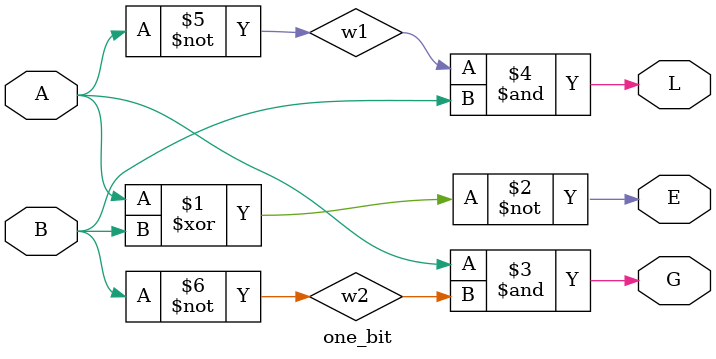
<source format=v>
`timescale 1ns / 1ps

module one_bit(
    input A,B,
    output E,G,L
    );
    wire w1,w2;
    xnor(E,A,B);
    not(w1,A);
    not(w2,B);
    and(G,A,w2);
    and(L,w1,B);
endmodule
</source>
